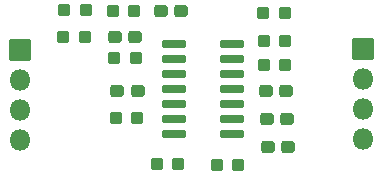
<source format=gbr>
%TF.GenerationSoftware,KiCad,Pcbnew,(6.0.4-0)*%
%TF.CreationDate,2022-05-03T23:28:53-04:00*%
%TF.ProjectId,antennaamp,616e7465-6e6e-4616-916d-702e6b696361,rev?*%
%TF.SameCoordinates,Original*%
%TF.FileFunction,Soldermask,Top*%
%TF.FilePolarity,Negative*%
%FSLAX46Y46*%
G04 Gerber Fmt 4.6, Leading zero omitted, Abs format (unit mm)*
G04 Created by KiCad (PCBNEW (6.0.4-0)) date 2022-05-03 23:28:53*
%MOMM*%
%LPD*%
G01*
G04 APERTURE LIST*
G04 Aperture macros list*
%AMRoundRect*
0 Rectangle with rounded corners*
0 $1 Rounding radius*
0 $2 $3 $4 $5 $6 $7 $8 $9 X,Y pos of 4 corners*
0 Add a 4 corners polygon primitive as box body*
4,1,4,$2,$3,$4,$5,$6,$7,$8,$9,$2,$3,0*
0 Add four circle primitives for the rounded corners*
1,1,$1+$1,$2,$3*
1,1,$1+$1,$4,$5*
1,1,$1+$1,$6,$7*
1,1,$1+$1,$8,$9*
0 Add four rect primitives between the rounded corners*
20,1,$1+$1,$2,$3,$4,$5,0*
20,1,$1+$1,$4,$5,$6,$7,0*
20,1,$1+$1,$6,$7,$8,$9,0*
20,1,$1+$1,$8,$9,$2,$3,0*%
G04 Aperture macros list end*
%ADD10RoundRect,0.288300X0.250000X0.237500X-0.250000X0.237500X-0.250000X-0.237500X0.250000X-0.237500X0*%
%ADD11RoundRect,0.200800X-0.825000X-0.150000X0.825000X-0.150000X0.825000X0.150000X-0.825000X0.150000X0*%
%ADD12RoundRect,0.288300X-0.250000X-0.237500X0.250000X-0.237500X0.250000X0.237500X-0.250000X0.237500X0*%
%ADD13RoundRect,0.050800X-0.850000X-0.850000X0.850000X-0.850000X0.850000X0.850000X-0.850000X0.850000X0*%
%ADD14O,1.801600X1.801600*%
%ADD15RoundRect,0.288300X-0.300000X-0.237500X0.300000X-0.237500X0.300000X0.237500X-0.300000X0.237500X0*%
%ADD16RoundRect,0.288300X0.300000X0.237500X-0.300000X0.237500X-0.300000X-0.237500X0.300000X-0.237500X0*%
G04 APERTURE END LIST*
D10*
%TO.C,R1*%
X68112500Y-58025000D03*
X66287500Y-58025000D03*
%TD*%
D11*
%TO.C,U1*%
X75650000Y-58640000D03*
X75650000Y-59910000D03*
X75650000Y-61180000D03*
X75650000Y-62450000D03*
X75650000Y-63720000D03*
X75650000Y-64990000D03*
X75650000Y-66260000D03*
X80600000Y-66260000D03*
X80600000Y-64990000D03*
X80600000Y-63720000D03*
X80600000Y-62450000D03*
X80600000Y-61180000D03*
X80600000Y-59910000D03*
X80600000Y-58640000D03*
%TD*%
D12*
%TO.C,R10*%
X83287500Y-58400000D03*
X85112500Y-58400000D03*
%TD*%
%TO.C,R9*%
X83287500Y-60425000D03*
X85112500Y-60425000D03*
%TD*%
%TO.C,R8*%
X83237500Y-56050000D03*
X85062500Y-56050000D03*
%TD*%
D10*
%TO.C,R7*%
X79312500Y-68850000D03*
X81137500Y-68850000D03*
%TD*%
%TO.C,R6*%
X76050000Y-68825000D03*
X74225000Y-68825000D03*
%TD*%
%TO.C,R5*%
X72587500Y-64875000D03*
X70762500Y-64875000D03*
%TD*%
D12*
%TO.C,R4*%
X72450000Y-59850000D03*
X70625000Y-59850000D03*
%TD*%
D10*
%TO.C,R3*%
X72312500Y-55825000D03*
X70487500Y-55825000D03*
%TD*%
%TO.C,R2*%
X68225000Y-55800000D03*
X66400000Y-55800000D03*
%TD*%
D13*
%TO.C,J2*%
X62625000Y-59125000D03*
D14*
X62625000Y-61665000D03*
X62625000Y-64205000D03*
X62625000Y-66745000D03*
%TD*%
D13*
%TO.C,J1*%
X91700000Y-59025000D03*
D14*
X91700000Y-61565000D03*
X91700000Y-64105000D03*
X91700000Y-66645000D03*
%TD*%
D15*
%TO.C,C6*%
X83600000Y-67350000D03*
X85325000Y-67350000D03*
%TD*%
%TO.C,C5*%
X83537500Y-64975000D03*
X85262500Y-64975000D03*
%TD*%
%TO.C,C4*%
X74562500Y-55825000D03*
X76287500Y-55825000D03*
%TD*%
D16*
%TO.C,C3*%
X85162500Y-62650000D03*
X83437500Y-62650000D03*
%TD*%
D15*
%TO.C,C2*%
X72600000Y-62625000D03*
X70875000Y-62625000D03*
%TD*%
D16*
%TO.C,C1*%
X72375000Y-58075000D03*
X70650000Y-58075000D03*
%TD*%
M02*

</source>
